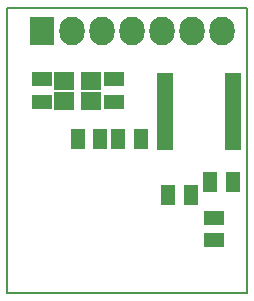
<source format=gts>
G04 #@! TF.FileFunction,Soldermask,Top*
%FSLAX46Y46*%
G04 Gerber Fmt 4.6, Leading zero omitted, Abs format (unit mm)*
G04 Created by KiCad (PCBNEW 4.0.7-e0-6372~58~ubuntu16.04.1) date Tue Sep 12 01:36:36 2017*
%MOMM*%
%LPD*%
G01*
G04 APERTURE LIST*
%ADD10C,0.100000*%
%ADD11C,0.150000*%
%ADD12R,1.797000X1.289000*%
%ADD13R,1.289000X1.797000*%
%ADD14R,1.797000X1.593800*%
%ADD15R,2.127200X2.432000*%
%ADD16O,2.127200X2.432000*%
%ADD17R,1.400000X0.725000*%
G04 APERTURE END LIST*
D10*
D11*
X51120000Y-37355000D02*
X51120000Y-13225000D01*
X30800000Y-37355000D02*
X51120000Y-37355000D01*
X30800000Y-13225000D02*
X30800000Y-37355000D01*
X51120000Y-13225000D02*
X30800000Y-13225000D01*
D12*
X33770000Y-21172500D03*
X33770000Y-19267500D03*
X39900000Y-19257500D03*
X39900000Y-21162500D03*
D13*
X40227500Y-24280000D03*
X42132500Y-24280000D03*
X38712500Y-24310000D03*
X36807500Y-24310000D03*
D12*
X48360000Y-32882500D03*
X48360000Y-30977500D03*
D13*
X48007500Y-27920000D03*
X49912500Y-27920000D03*
X44467500Y-29030000D03*
X46372500Y-29030000D03*
D14*
X35670000Y-19370000D03*
X35670000Y-21071800D03*
X37956000Y-21071800D03*
X37956000Y-19370000D03*
D15*
X33770000Y-15170000D03*
D16*
X36310000Y-15170000D03*
X38850000Y-15170000D03*
X41390000Y-15170000D03*
X43930000Y-15170000D03*
X46470000Y-15170000D03*
X49010000Y-15170000D03*
D17*
X44170000Y-19105000D03*
X44170000Y-19755000D03*
X44170000Y-20405000D03*
X44170000Y-21055000D03*
X44170000Y-21705000D03*
X44170000Y-22355000D03*
X44170000Y-23005000D03*
X44170000Y-23655000D03*
X44170000Y-24305000D03*
X44170000Y-24955000D03*
X49970000Y-24955000D03*
X49970000Y-24305000D03*
X49970000Y-23655000D03*
X49970000Y-23005000D03*
X49970000Y-22355000D03*
X49970000Y-21705000D03*
X49970000Y-21055000D03*
X49970000Y-20405000D03*
X49970000Y-19755000D03*
X49970000Y-19105000D03*
M02*

</source>
